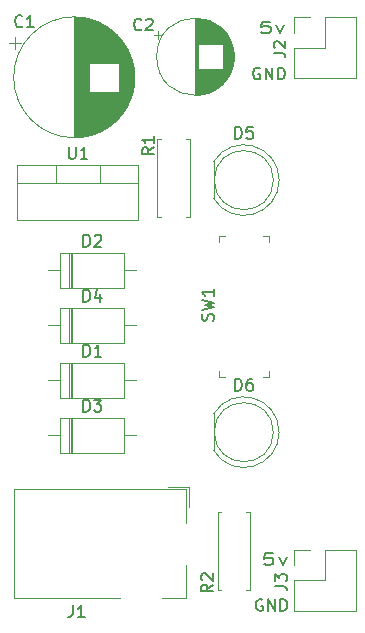
<source format=gto>
%TF.GenerationSoftware,KiCad,Pcbnew,(5.1.6-0-10_14)*%
%TF.CreationDate,2020-11-27T13:54:23+01:00*%
%TF.ProjectId,Power_supply,506f7765-725f-4737-9570-706c792e6b69,rev?*%
%TF.SameCoordinates,Original*%
%TF.FileFunction,Legend,Top*%
%TF.FilePolarity,Positive*%
%FSLAX46Y46*%
G04 Gerber Fmt 4.6, Leading zero omitted, Abs format (unit mm)*
G04 Created by KiCad (PCBNEW (5.1.6-0-10_14)) date 2020-11-27 13:54:23*
%MOMM*%
%LPD*%
G01*
G04 APERTURE LIST*
%ADD10C,0.150000*%
%ADD11C,0.120000*%
%ADD12C,0.100000*%
G04 APERTURE END LIST*
D10*
X140410000Y-82512380D02*
X139743333Y-82512380D01*
X139676666Y-82988571D01*
X139743333Y-82940952D01*
X139876666Y-82893333D01*
X140210000Y-82893333D01*
X140343333Y-82940952D01*
X140410000Y-82988571D01*
X140476666Y-83083809D01*
X140476666Y-83321904D01*
X140410000Y-83417142D01*
X140343333Y-83464761D01*
X140210000Y-83512380D01*
X139876666Y-83512380D01*
X139743333Y-83464761D01*
X139676666Y-83417142D01*
X140943333Y-82845714D02*
X141276666Y-83512380D01*
X141610000Y-82845714D01*
X139548095Y-86460000D02*
X139452857Y-86412380D01*
X139310000Y-86412380D01*
X139167142Y-86460000D01*
X139071904Y-86555238D01*
X139024285Y-86650476D01*
X138976666Y-86840952D01*
X138976666Y-86983809D01*
X139024285Y-87174285D01*
X139071904Y-87269523D01*
X139167142Y-87364761D01*
X139310000Y-87412380D01*
X139405238Y-87412380D01*
X139548095Y-87364761D01*
X139595714Y-87317142D01*
X139595714Y-86983809D01*
X139405238Y-86983809D01*
X140024285Y-87412380D02*
X140024285Y-86412380D01*
X140595714Y-87412380D01*
X140595714Y-86412380D01*
X141071904Y-87412380D02*
X141071904Y-86412380D01*
X141310000Y-86412380D01*
X141452857Y-86460000D01*
X141548095Y-86555238D01*
X141595714Y-86650476D01*
X141643333Y-86840952D01*
X141643333Y-86983809D01*
X141595714Y-87174285D01*
X141548095Y-87269523D01*
X141452857Y-87364761D01*
X141310000Y-87412380D01*
X141071904Y-87412380D01*
X139758095Y-131470000D02*
X139662857Y-131422380D01*
X139520000Y-131422380D01*
X139377142Y-131470000D01*
X139281904Y-131565238D01*
X139234285Y-131660476D01*
X139186666Y-131850952D01*
X139186666Y-131993809D01*
X139234285Y-132184285D01*
X139281904Y-132279523D01*
X139377142Y-132374761D01*
X139520000Y-132422380D01*
X139615238Y-132422380D01*
X139758095Y-132374761D01*
X139805714Y-132327142D01*
X139805714Y-131993809D01*
X139615238Y-131993809D01*
X140234285Y-132422380D02*
X140234285Y-131422380D01*
X140805714Y-132422380D01*
X140805714Y-131422380D01*
X141281904Y-132422380D02*
X141281904Y-131422380D01*
X141520000Y-131422380D01*
X141662857Y-131470000D01*
X141758095Y-131565238D01*
X141805714Y-131660476D01*
X141853333Y-131850952D01*
X141853333Y-131993809D01*
X141805714Y-132184285D01*
X141758095Y-132279523D01*
X141662857Y-132374761D01*
X141520000Y-132422380D01*
X141281904Y-132422380D01*
X140620000Y-127522380D02*
X139953333Y-127522380D01*
X139886666Y-127998571D01*
X139953333Y-127950952D01*
X140086666Y-127903333D01*
X140420000Y-127903333D01*
X140553333Y-127950952D01*
X140620000Y-127998571D01*
X140686666Y-128093809D01*
X140686666Y-128331904D01*
X140620000Y-128427142D01*
X140553333Y-128474761D01*
X140420000Y-128522380D01*
X140086666Y-128522380D01*
X139953333Y-128474761D01*
X139886666Y-128427142D01*
X141153333Y-127855714D02*
X141486666Y-128522380D01*
X141820000Y-127855714D01*
D11*
%TO.C,C1*%
X118840354Y-83855000D02*
X118840354Y-84855000D01*
X118340354Y-84355000D02*
X119340354Y-84355000D01*
X128901000Y-86631000D02*
X128901000Y-87829000D01*
X128861000Y-86368000D02*
X128861000Y-88092000D01*
X128821000Y-86168000D02*
X128821000Y-88292000D01*
X128781000Y-86000000D02*
X128781000Y-88460000D01*
X128741000Y-85852000D02*
X128741000Y-88608000D01*
X128701000Y-85720000D02*
X128701000Y-88740000D01*
X128661000Y-85600000D02*
X128661000Y-88860000D01*
X128621000Y-85488000D02*
X128621000Y-88972000D01*
X128581000Y-85384000D02*
X128581000Y-89076000D01*
X128541000Y-85286000D02*
X128541000Y-89174000D01*
X128501000Y-85193000D02*
X128501000Y-89267000D01*
X128461000Y-85105000D02*
X128461000Y-89355000D01*
X128421000Y-85021000D02*
X128421000Y-89439000D01*
X128381000Y-84941000D02*
X128381000Y-89519000D01*
X128341000Y-84865000D02*
X128341000Y-89595000D01*
X128301000Y-84791000D02*
X128301000Y-89669000D01*
X128261000Y-84720000D02*
X128261000Y-89740000D01*
X128221000Y-84651000D02*
X128221000Y-89809000D01*
X128181000Y-84585000D02*
X128181000Y-89875000D01*
X128141000Y-84521000D02*
X128141000Y-89939000D01*
X128101000Y-84460000D02*
X128101000Y-90000000D01*
X128061000Y-84400000D02*
X128061000Y-90060000D01*
X128021000Y-84341000D02*
X128021000Y-90119000D01*
X127981000Y-84285000D02*
X127981000Y-90175000D01*
X127941000Y-84230000D02*
X127941000Y-90230000D01*
X127901000Y-84176000D02*
X127901000Y-90284000D01*
X127861000Y-84124000D02*
X127861000Y-90336000D01*
X127821000Y-84074000D02*
X127821000Y-90386000D01*
X127781000Y-84024000D02*
X127781000Y-90436000D01*
X127741000Y-83976000D02*
X127741000Y-90484000D01*
X127701000Y-83929000D02*
X127701000Y-90531000D01*
X127661000Y-83883000D02*
X127661000Y-90577000D01*
X127621000Y-83838000D02*
X127621000Y-90622000D01*
X127581000Y-83794000D02*
X127581000Y-90666000D01*
X127541000Y-88471000D02*
X127541000Y-90708000D01*
X127541000Y-83752000D02*
X127541000Y-85989000D01*
X127501000Y-88471000D02*
X127501000Y-90750000D01*
X127501000Y-83710000D02*
X127501000Y-85989000D01*
X127461000Y-88471000D02*
X127461000Y-90791000D01*
X127461000Y-83669000D02*
X127461000Y-85989000D01*
X127421000Y-88471000D02*
X127421000Y-90831000D01*
X127421000Y-83629000D02*
X127421000Y-85989000D01*
X127381000Y-88471000D02*
X127381000Y-90870000D01*
X127381000Y-83590000D02*
X127381000Y-85989000D01*
X127341000Y-88471000D02*
X127341000Y-90909000D01*
X127341000Y-83551000D02*
X127341000Y-85989000D01*
X127301000Y-88471000D02*
X127301000Y-90946000D01*
X127301000Y-83514000D02*
X127301000Y-85989000D01*
X127261000Y-88471000D02*
X127261000Y-90983000D01*
X127261000Y-83477000D02*
X127261000Y-85989000D01*
X127221000Y-88471000D02*
X127221000Y-91019000D01*
X127221000Y-83441000D02*
X127221000Y-85989000D01*
X127181000Y-88471000D02*
X127181000Y-91054000D01*
X127181000Y-83406000D02*
X127181000Y-85989000D01*
X127141000Y-88471000D02*
X127141000Y-91088000D01*
X127141000Y-83372000D02*
X127141000Y-85989000D01*
X127101000Y-88471000D02*
X127101000Y-91122000D01*
X127101000Y-83338000D02*
X127101000Y-85989000D01*
X127061000Y-88471000D02*
X127061000Y-91155000D01*
X127061000Y-83305000D02*
X127061000Y-85989000D01*
X127021000Y-88471000D02*
X127021000Y-91187000D01*
X127021000Y-83273000D02*
X127021000Y-85989000D01*
X126981000Y-88471000D02*
X126981000Y-91219000D01*
X126981000Y-83241000D02*
X126981000Y-85989000D01*
X126941000Y-88471000D02*
X126941000Y-91250000D01*
X126941000Y-83210000D02*
X126941000Y-85989000D01*
X126901000Y-88471000D02*
X126901000Y-91280000D01*
X126901000Y-83180000D02*
X126901000Y-85989000D01*
X126861000Y-88471000D02*
X126861000Y-91310000D01*
X126861000Y-83150000D02*
X126861000Y-85989000D01*
X126821000Y-88471000D02*
X126821000Y-91340000D01*
X126821000Y-83120000D02*
X126821000Y-85989000D01*
X126781000Y-88471000D02*
X126781000Y-91368000D01*
X126781000Y-83092000D02*
X126781000Y-85989000D01*
X126741000Y-88471000D02*
X126741000Y-91396000D01*
X126741000Y-83064000D02*
X126741000Y-85989000D01*
X126701000Y-88471000D02*
X126701000Y-91424000D01*
X126701000Y-83036000D02*
X126701000Y-85989000D01*
X126661000Y-88471000D02*
X126661000Y-91451000D01*
X126661000Y-83009000D02*
X126661000Y-85989000D01*
X126621000Y-88471000D02*
X126621000Y-91477000D01*
X126621000Y-82983000D02*
X126621000Y-85989000D01*
X126581000Y-88471000D02*
X126581000Y-91503000D01*
X126581000Y-82957000D02*
X126581000Y-85989000D01*
X126541000Y-88471000D02*
X126541000Y-91528000D01*
X126541000Y-82932000D02*
X126541000Y-85989000D01*
X126501000Y-88471000D02*
X126501000Y-91553000D01*
X126501000Y-82907000D02*
X126501000Y-85989000D01*
X126461000Y-88471000D02*
X126461000Y-91577000D01*
X126461000Y-82883000D02*
X126461000Y-85989000D01*
X126421000Y-88471000D02*
X126421000Y-91601000D01*
X126421000Y-82859000D02*
X126421000Y-85989000D01*
X126381000Y-88471000D02*
X126381000Y-91625000D01*
X126381000Y-82835000D02*
X126381000Y-85989000D01*
X126341000Y-88471000D02*
X126341000Y-91647000D01*
X126341000Y-82813000D02*
X126341000Y-85989000D01*
X126301000Y-88471000D02*
X126301000Y-91670000D01*
X126301000Y-82790000D02*
X126301000Y-85989000D01*
X126261000Y-88471000D02*
X126261000Y-91692000D01*
X126261000Y-82768000D02*
X126261000Y-85989000D01*
X126221000Y-88471000D02*
X126221000Y-91713000D01*
X126221000Y-82747000D02*
X126221000Y-85989000D01*
X126181000Y-88471000D02*
X126181000Y-91734000D01*
X126181000Y-82726000D02*
X126181000Y-85989000D01*
X126141000Y-88471000D02*
X126141000Y-91755000D01*
X126141000Y-82705000D02*
X126141000Y-85989000D01*
X126101000Y-88471000D02*
X126101000Y-91775000D01*
X126101000Y-82685000D02*
X126101000Y-85989000D01*
X126061000Y-88471000D02*
X126061000Y-91794000D01*
X126061000Y-82666000D02*
X126061000Y-85989000D01*
X126021000Y-88471000D02*
X126021000Y-91814000D01*
X126021000Y-82646000D02*
X126021000Y-85989000D01*
X125981000Y-88471000D02*
X125981000Y-91833000D01*
X125981000Y-82627000D02*
X125981000Y-85989000D01*
X125941000Y-88471000D02*
X125941000Y-91851000D01*
X125941000Y-82609000D02*
X125941000Y-85989000D01*
X125901000Y-88471000D02*
X125901000Y-91869000D01*
X125901000Y-82591000D02*
X125901000Y-85989000D01*
X125861000Y-88471000D02*
X125861000Y-91887000D01*
X125861000Y-82573000D02*
X125861000Y-85989000D01*
X125821000Y-88471000D02*
X125821000Y-91904000D01*
X125821000Y-82556000D02*
X125821000Y-85989000D01*
X125781000Y-88471000D02*
X125781000Y-91920000D01*
X125781000Y-82540000D02*
X125781000Y-85989000D01*
X125741000Y-88471000D02*
X125741000Y-91937000D01*
X125741000Y-82523000D02*
X125741000Y-85989000D01*
X125701000Y-88471000D02*
X125701000Y-91953000D01*
X125701000Y-82507000D02*
X125701000Y-85989000D01*
X125661000Y-88471000D02*
X125661000Y-91968000D01*
X125661000Y-82492000D02*
X125661000Y-85989000D01*
X125621000Y-88471000D02*
X125621000Y-91984000D01*
X125621000Y-82476000D02*
X125621000Y-85989000D01*
X125581000Y-88471000D02*
X125581000Y-91998000D01*
X125581000Y-82462000D02*
X125581000Y-85989000D01*
X125541000Y-88471000D02*
X125541000Y-92013000D01*
X125541000Y-82447000D02*
X125541000Y-85989000D01*
X125501000Y-88471000D02*
X125501000Y-92027000D01*
X125501000Y-82433000D02*
X125501000Y-85989000D01*
X125461000Y-88471000D02*
X125461000Y-92041000D01*
X125461000Y-82419000D02*
X125461000Y-85989000D01*
X125421000Y-88471000D02*
X125421000Y-92054000D01*
X125421000Y-82406000D02*
X125421000Y-85989000D01*
X125381000Y-88471000D02*
X125381000Y-92067000D01*
X125381000Y-82393000D02*
X125381000Y-85989000D01*
X125341000Y-88471000D02*
X125341000Y-92080000D01*
X125341000Y-82380000D02*
X125341000Y-85989000D01*
X125301000Y-88471000D02*
X125301000Y-92092000D01*
X125301000Y-82368000D02*
X125301000Y-85989000D01*
X125261000Y-88471000D02*
X125261000Y-92104000D01*
X125261000Y-82356000D02*
X125261000Y-85989000D01*
X125221000Y-88471000D02*
X125221000Y-92115000D01*
X125221000Y-82345000D02*
X125221000Y-85989000D01*
X125181000Y-88471000D02*
X125181000Y-92127000D01*
X125181000Y-82333000D02*
X125181000Y-85989000D01*
X125141000Y-88471000D02*
X125141000Y-92137000D01*
X125141000Y-82323000D02*
X125141000Y-85989000D01*
X125101000Y-88471000D02*
X125101000Y-92148000D01*
X125101000Y-82312000D02*
X125101000Y-85989000D01*
X125061000Y-82302000D02*
X125061000Y-92158000D01*
X125021000Y-82292000D02*
X125021000Y-92168000D01*
X124981000Y-82283000D02*
X124981000Y-92177000D01*
X124941000Y-82274000D02*
X124941000Y-92186000D01*
X124901000Y-82265000D02*
X124901000Y-92195000D01*
X124861000Y-82256000D02*
X124861000Y-92204000D01*
X124821000Y-82248000D02*
X124821000Y-92212000D01*
X124781000Y-82240000D02*
X124781000Y-92220000D01*
X124741000Y-82233000D02*
X124741000Y-92227000D01*
X124701000Y-82226000D02*
X124701000Y-92234000D01*
X124661000Y-82219000D02*
X124661000Y-92241000D01*
X124621000Y-82212000D02*
X124621000Y-92248000D01*
X124581000Y-82206000D02*
X124581000Y-92254000D01*
X124541000Y-82200000D02*
X124541000Y-92260000D01*
X124500000Y-82195000D02*
X124500000Y-92265000D01*
X124460000Y-82190000D02*
X124460000Y-92270000D01*
X124420000Y-82185000D02*
X124420000Y-92275000D01*
X124380000Y-82180000D02*
X124380000Y-92280000D01*
X124340000Y-82176000D02*
X124340000Y-92284000D01*
X124300000Y-82172000D02*
X124300000Y-92288000D01*
X124260000Y-82168000D02*
X124260000Y-92292000D01*
X124220000Y-82165000D02*
X124220000Y-92295000D01*
X124180000Y-82162000D02*
X124180000Y-92298000D01*
X124140000Y-82160000D02*
X124140000Y-92300000D01*
X124100000Y-82157000D02*
X124100000Y-92303000D01*
X124060000Y-82155000D02*
X124060000Y-92305000D01*
X124020000Y-82153000D02*
X124020000Y-92307000D01*
X123980000Y-82152000D02*
X123980000Y-92308000D01*
X123940000Y-82151000D02*
X123940000Y-92309000D01*
X123900000Y-82150000D02*
X123900000Y-92310000D01*
X123860000Y-82150000D02*
X123860000Y-92310000D01*
X123820000Y-82150000D02*
X123820000Y-92310000D01*
X128940000Y-87230000D02*
G75*
G03*
X128940000Y-87230000I-5120000J0D01*
G01*
%TO.C,C2*%
X130894759Y-83336000D02*
X130894759Y-83966000D01*
X130579759Y-83651000D02*
X131209759Y-83651000D01*
X137321000Y-85088000D02*
X137321000Y-85892000D01*
X137281000Y-84857000D02*
X137281000Y-86123000D01*
X137241000Y-84688000D02*
X137241000Y-86292000D01*
X137201000Y-84550000D02*
X137201000Y-86430000D01*
X137161000Y-84431000D02*
X137161000Y-86549000D01*
X137121000Y-84325000D02*
X137121000Y-86655000D01*
X137081000Y-84228000D02*
X137081000Y-86752000D01*
X137041000Y-84140000D02*
X137041000Y-86840000D01*
X137001000Y-84058000D02*
X137001000Y-86922000D01*
X136961000Y-83981000D02*
X136961000Y-86999000D01*
X136921000Y-83909000D02*
X136921000Y-87071000D01*
X136881000Y-83840000D02*
X136881000Y-87140000D01*
X136841000Y-83776000D02*
X136841000Y-87204000D01*
X136801000Y-83714000D02*
X136801000Y-87266000D01*
X136761000Y-83656000D02*
X136761000Y-87324000D01*
X136721000Y-83600000D02*
X136721000Y-87380000D01*
X136681000Y-83546000D02*
X136681000Y-87434000D01*
X136641000Y-83495000D02*
X136641000Y-87485000D01*
X136601000Y-83446000D02*
X136601000Y-87534000D01*
X136561000Y-83398000D02*
X136561000Y-87582000D01*
X136521000Y-83353000D02*
X136521000Y-87627000D01*
X136481000Y-83308000D02*
X136481000Y-87672000D01*
X136441000Y-83266000D02*
X136441000Y-87714000D01*
X136401000Y-83225000D02*
X136401000Y-87755000D01*
X136361000Y-86530000D02*
X136361000Y-87795000D01*
X136361000Y-83185000D02*
X136361000Y-84450000D01*
X136321000Y-86530000D02*
X136321000Y-87833000D01*
X136321000Y-83147000D02*
X136321000Y-84450000D01*
X136281000Y-86530000D02*
X136281000Y-87870000D01*
X136281000Y-83110000D02*
X136281000Y-84450000D01*
X136241000Y-86530000D02*
X136241000Y-87906000D01*
X136241000Y-83074000D02*
X136241000Y-84450000D01*
X136201000Y-86530000D02*
X136201000Y-87940000D01*
X136201000Y-83040000D02*
X136201000Y-84450000D01*
X136161000Y-86530000D02*
X136161000Y-87974000D01*
X136161000Y-83006000D02*
X136161000Y-84450000D01*
X136121000Y-86530000D02*
X136121000Y-88006000D01*
X136121000Y-82974000D02*
X136121000Y-84450000D01*
X136081000Y-86530000D02*
X136081000Y-88038000D01*
X136081000Y-82942000D02*
X136081000Y-84450000D01*
X136041000Y-86530000D02*
X136041000Y-88068000D01*
X136041000Y-82912000D02*
X136041000Y-84450000D01*
X136001000Y-86530000D02*
X136001000Y-88097000D01*
X136001000Y-82883000D02*
X136001000Y-84450000D01*
X135961000Y-86530000D02*
X135961000Y-88126000D01*
X135961000Y-82854000D02*
X135961000Y-84450000D01*
X135921000Y-86530000D02*
X135921000Y-88154000D01*
X135921000Y-82826000D02*
X135921000Y-84450000D01*
X135881000Y-86530000D02*
X135881000Y-88180000D01*
X135881000Y-82800000D02*
X135881000Y-84450000D01*
X135841000Y-86530000D02*
X135841000Y-88206000D01*
X135841000Y-82774000D02*
X135841000Y-84450000D01*
X135801000Y-86530000D02*
X135801000Y-88232000D01*
X135801000Y-82748000D02*
X135801000Y-84450000D01*
X135761000Y-86530000D02*
X135761000Y-88256000D01*
X135761000Y-82724000D02*
X135761000Y-84450000D01*
X135721000Y-86530000D02*
X135721000Y-88280000D01*
X135721000Y-82700000D02*
X135721000Y-84450000D01*
X135681000Y-86530000D02*
X135681000Y-88302000D01*
X135681000Y-82678000D02*
X135681000Y-84450000D01*
X135641000Y-86530000D02*
X135641000Y-88324000D01*
X135641000Y-82656000D02*
X135641000Y-84450000D01*
X135601000Y-86530000D02*
X135601000Y-88346000D01*
X135601000Y-82634000D02*
X135601000Y-84450000D01*
X135561000Y-86530000D02*
X135561000Y-88366000D01*
X135561000Y-82614000D02*
X135561000Y-84450000D01*
X135521000Y-86530000D02*
X135521000Y-88386000D01*
X135521000Y-82594000D02*
X135521000Y-84450000D01*
X135481000Y-86530000D02*
X135481000Y-88406000D01*
X135481000Y-82574000D02*
X135481000Y-84450000D01*
X135441000Y-86530000D02*
X135441000Y-88424000D01*
X135441000Y-82556000D02*
X135441000Y-84450000D01*
X135401000Y-86530000D02*
X135401000Y-88442000D01*
X135401000Y-82538000D02*
X135401000Y-84450000D01*
X135361000Y-86530000D02*
X135361000Y-88460000D01*
X135361000Y-82520000D02*
X135361000Y-84450000D01*
X135321000Y-86530000D02*
X135321000Y-88476000D01*
X135321000Y-82504000D02*
X135321000Y-84450000D01*
X135281000Y-86530000D02*
X135281000Y-88492000D01*
X135281000Y-82488000D02*
X135281000Y-84450000D01*
X135241000Y-86530000D02*
X135241000Y-88508000D01*
X135241000Y-82472000D02*
X135241000Y-84450000D01*
X135201000Y-86530000D02*
X135201000Y-88523000D01*
X135201000Y-82457000D02*
X135201000Y-84450000D01*
X135161000Y-86530000D02*
X135161000Y-88537000D01*
X135161000Y-82443000D02*
X135161000Y-84450000D01*
X135121000Y-86530000D02*
X135121000Y-88551000D01*
X135121000Y-82429000D02*
X135121000Y-84450000D01*
X135081000Y-86530000D02*
X135081000Y-88564000D01*
X135081000Y-82416000D02*
X135081000Y-84450000D01*
X135041000Y-86530000D02*
X135041000Y-88576000D01*
X135041000Y-82404000D02*
X135041000Y-84450000D01*
X135001000Y-86530000D02*
X135001000Y-88588000D01*
X135001000Y-82392000D02*
X135001000Y-84450000D01*
X134961000Y-86530000D02*
X134961000Y-88600000D01*
X134961000Y-82380000D02*
X134961000Y-84450000D01*
X134921000Y-86530000D02*
X134921000Y-88611000D01*
X134921000Y-82369000D02*
X134921000Y-84450000D01*
X134881000Y-86530000D02*
X134881000Y-88621000D01*
X134881000Y-82359000D02*
X134881000Y-84450000D01*
X134841000Y-86530000D02*
X134841000Y-88631000D01*
X134841000Y-82349000D02*
X134841000Y-84450000D01*
X134801000Y-86530000D02*
X134801000Y-88640000D01*
X134801000Y-82340000D02*
X134801000Y-84450000D01*
X134760000Y-86530000D02*
X134760000Y-88649000D01*
X134760000Y-82331000D02*
X134760000Y-84450000D01*
X134720000Y-86530000D02*
X134720000Y-88657000D01*
X134720000Y-82323000D02*
X134720000Y-84450000D01*
X134680000Y-86530000D02*
X134680000Y-88665000D01*
X134680000Y-82315000D02*
X134680000Y-84450000D01*
X134640000Y-86530000D02*
X134640000Y-88672000D01*
X134640000Y-82308000D02*
X134640000Y-84450000D01*
X134600000Y-86530000D02*
X134600000Y-88679000D01*
X134600000Y-82301000D02*
X134600000Y-84450000D01*
X134560000Y-86530000D02*
X134560000Y-88685000D01*
X134560000Y-82295000D02*
X134560000Y-84450000D01*
X134520000Y-86530000D02*
X134520000Y-88691000D01*
X134520000Y-82289000D02*
X134520000Y-84450000D01*
X134480000Y-86530000D02*
X134480000Y-88696000D01*
X134480000Y-82284000D02*
X134480000Y-84450000D01*
X134440000Y-86530000D02*
X134440000Y-88701000D01*
X134440000Y-82279000D02*
X134440000Y-84450000D01*
X134400000Y-86530000D02*
X134400000Y-88705000D01*
X134400000Y-82275000D02*
X134400000Y-84450000D01*
X134360000Y-86530000D02*
X134360000Y-88708000D01*
X134360000Y-82272000D02*
X134360000Y-84450000D01*
X134320000Y-86530000D02*
X134320000Y-88712000D01*
X134320000Y-82268000D02*
X134320000Y-84450000D01*
X134280000Y-82266000D02*
X134280000Y-88714000D01*
X134240000Y-82263000D02*
X134240000Y-88717000D01*
X134200000Y-82262000D02*
X134200000Y-88718000D01*
X134160000Y-82260000D02*
X134160000Y-88720000D01*
X134120000Y-82260000D02*
X134120000Y-88720000D01*
X134080000Y-82260000D02*
X134080000Y-88720000D01*
X137350000Y-85490000D02*
G75*
G03*
X137350000Y-85490000I-3270000J0D01*
G01*
%TO.C,D1*%
X123400000Y-111423332D02*
X123400000Y-114363332D01*
X123640000Y-111423332D02*
X123640000Y-114363332D01*
X123520000Y-111423332D02*
X123520000Y-114363332D01*
X129080000Y-112893332D02*
X128060000Y-112893332D01*
X121600000Y-112893332D02*
X122620000Y-112893332D01*
X128060000Y-111423332D02*
X122620000Y-111423332D01*
X128060000Y-114363332D02*
X128060000Y-111423332D01*
X122620000Y-114363332D02*
X128060000Y-114363332D01*
X122620000Y-111423332D02*
X122620000Y-114363332D01*
%TO.C,D2*%
X122620000Y-102110000D02*
X122620000Y-105050000D01*
X122620000Y-105050000D02*
X128060000Y-105050000D01*
X128060000Y-105050000D02*
X128060000Y-102110000D01*
X128060000Y-102110000D02*
X122620000Y-102110000D01*
X121600000Y-103580000D02*
X122620000Y-103580000D01*
X129080000Y-103580000D02*
X128060000Y-103580000D01*
X123520000Y-102110000D02*
X123520000Y-105050000D01*
X123640000Y-102110000D02*
X123640000Y-105050000D01*
X123400000Y-102110000D02*
X123400000Y-105050000D01*
%TO.C,D3*%
X122620000Y-116080000D02*
X122620000Y-119020000D01*
X122620000Y-119020000D02*
X128060000Y-119020000D01*
X128060000Y-119020000D02*
X128060000Y-116080000D01*
X128060000Y-116080000D02*
X122620000Y-116080000D01*
X121600000Y-117550000D02*
X122620000Y-117550000D01*
X129080000Y-117550000D02*
X128060000Y-117550000D01*
X123520000Y-116080000D02*
X123520000Y-119020000D01*
X123640000Y-116080000D02*
X123640000Y-119020000D01*
X123400000Y-116080000D02*
X123400000Y-119020000D01*
%TO.C,D4*%
X122620000Y-106766666D02*
X122620000Y-109706666D01*
X122620000Y-109706666D02*
X128060000Y-109706666D01*
X128060000Y-109706666D02*
X128060000Y-106766666D01*
X128060000Y-106766666D02*
X122620000Y-106766666D01*
X121600000Y-108236666D02*
X122620000Y-108236666D01*
X129080000Y-108236666D02*
X128060000Y-108236666D01*
X123520000Y-106766666D02*
X123520000Y-109706666D01*
X123640000Y-106766666D02*
X123640000Y-109706666D01*
X123400000Y-106766666D02*
X123400000Y-109706666D01*
%TO.C,D5*%
X140685000Y-95940000D02*
G75*
G03*
X140685000Y-95940000I-2500000J0D01*
G01*
X135625000Y-94395000D02*
X135625000Y-97485000D01*
X141175000Y-95939538D02*
G75*
G02*
X135625000Y-97484830I-2990000J-462D01*
G01*
X141175000Y-95940462D02*
G75*
G03*
X135625000Y-94395170I-2990000J462D01*
G01*
%TO.C,D6*%
X135625000Y-115735000D02*
X135625000Y-118825000D01*
X140685000Y-117280000D02*
G75*
G03*
X140685000Y-117280000I-2500000J0D01*
G01*
X141175000Y-117280462D02*
G75*
G03*
X135625000Y-115735170I-2990000J462D01*
G01*
X141175000Y-117279538D02*
G75*
G02*
X135625000Y-118824830I-2990000J-462D01*
G01*
%TO.C,J1*%
X133540000Y-121890000D02*
X133540000Y-123630000D01*
X131800000Y-121890000D02*
X133540000Y-121890000D01*
X133300000Y-131330000D02*
X131300000Y-131330000D01*
X133300000Y-128530000D02*
X133300000Y-131330000D01*
X133300000Y-122130000D02*
X133300000Y-124930000D01*
X118700000Y-122130000D02*
X133300000Y-122130000D01*
X118700000Y-131330000D02*
X118700000Y-122130000D01*
X127700000Y-131330000D02*
X118700000Y-131330000D01*
%TO.C,J2*%
X142470000Y-82130000D02*
X143800000Y-82130000D01*
X142470000Y-83460000D02*
X142470000Y-82130000D01*
X145070000Y-82130000D02*
X147670000Y-82130000D01*
X145070000Y-84730000D02*
X145070000Y-82130000D01*
X142470000Y-84730000D02*
X145070000Y-84730000D01*
X147670000Y-82130000D02*
X147670000Y-87330000D01*
X142470000Y-84730000D02*
X142470000Y-87330000D01*
X142470000Y-87330000D02*
X147670000Y-87330000D01*
%TO.C,J3*%
X142470000Y-132430000D02*
X147670000Y-132430000D01*
X142470000Y-129830000D02*
X142470000Y-132430000D01*
X147670000Y-127230000D02*
X147670000Y-132430000D01*
X142470000Y-129830000D02*
X145070000Y-129830000D01*
X145070000Y-129830000D02*
X145070000Y-127230000D01*
X145070000Y-127230000D02*
X147670000Y-127230000D01*
X142470000Y-128560000D02*
X142470000Y-127230000D01*
X142470000Y-127230000D02*
X143800000Y-127230000D01*
%TO.C,R1*%
X131200000Y-99040000D02*
X130870000Y-99040000D01*
X130870000Y-99040000D02*
X130870000Y-92500000D01*
X130870000Y-92500000D02*
X131200000Y-92500000D01*
X133280000Y-99040000D02*
X133610000Y-99040000D01*
X133610000Y-99040000D02*
X133610000Y-92500000D01*
X133610000Y-92500000D02*
X133280000Y-92500000D01*
%TO.C,R2*%
X138700000Y-124070000D02*
X138370000Y-124070000D01*
X138700000Y-130610000D02*
X138700000Y-124070000D01*
X138370000Y-130610000D02*
X138700000Y-130610000D01*
X135960000Y-124070000D02*
X136290000Y-124070000D01*
X135960000Y-130610000D02*
X135960000Y-124070000D01*
X136290000Y-130610000D02*
X135960000Y-130610000D01*
D12*
%TO.C,SW1*%
X136090000Y-100690000D02*
X136090000Y-101190000D01*
X136090000Y-100690000D02*
X136590000Y-100690000D01*
X136090000Y-112590000D02*
X136590000Y-112590000D01*
X136090000Y-112590000D02*
X136090000Y-112090000D01*
X140290000Y-112590000D02*
X139790000Y-112590000D01*
X140290000Y-112590000D02*
X140290000Y-112090000D01*
X140290000Y-100690000D02*
X139790000Y-100690000D01*
X140290000Y-100690000D02*
X140290000Y-101190000D01*
D11*
%TO.C,U1*%
X125981000Y-94670000D02*
X125981000Y-96180000D01*
X122280000Y-94670000D02*
X122280000Y-96180000D01*
X119010000Y-96180000D02*
X129250000Y-96180000D01*
X129250000Y-94670000D02*
X129250000Y-99311000D01*
X119010000Y-94670000D02*
X119010000Y-99311000D01*
X119010000Y-99311000D02*
X129250000Y-99311000D01*
X119010000Y-94670000D02*
X129250000Y-94670000D01*
%TO.C,C1*%
D10*
X119433333Y-82897142D02*
X119385714Y-82944761D01*
X119242857Y-82992380D01*
X119147619Y-82992380D01*
X119004761Y-82944761D01*
X118909523Y-82849523D01*
X118861904Y-82754285D01*
X118814285Y-82563809D01*
X118814285Y-82420952D01*
X118861904Y-82230476D01*
X118909523Y-82135238D01*
X119004761Y-82040000D01*
X119147619Y-81992380D01*
X119242857Y-81992380D01*
X119385714Y-82040000D01*
X119433333Y-82087619D01*
X120385714Y-82992380D02*
X119814285Y-82992380D01*
X120100000Y-82992380D02*
X120100000Y-81992380D01*
X120004761Y-82135238D01*
X119909523Y-82230476D01*
X119814285Y-82278095D01*
%TO.C,C2*%
X129523333Y-83167142D02*
X129475714Y-83214761D01*
X129332857Y-83262380D01*
X129237619Y-83262380D01*
X129094761Y-83214761D01*
X128999523Y-83119523D01*
X128951904Y-83024285D01*
X128904285Y-82833809D01*
X128904285Y-82690952D01*
X128951904Y-82500476D01*
X128999523Y-82405238D01*
X129094761Y-82310000D01*
X129237619Y-82262380D01*
X129332857Y-82262380D01*
X129475714Y-82310000D01*
X129523333Y-82357619D01*
X129904285Y-82357619D02*
X129951904Y-82310000D01*
X130047142Y-82262380D01*
X130285238Y-82262380D01*
X130380476Y-82310000D01*
X130428095Y-82357619D01*
X130475714Y-82452857D01*
X130475714Y-82548095D01*
X130428095Y-82690952D01*
X129856666Y-83262380D01*
X130475714Y-83262380D01*
%TO.C,D1*%
X124601904Y-110875712D02*
X124601904Y-109875712D01*
X124840000Y-109875712D01*
X124982857Y-109923332D01*
X125078095Y-110018570D01*
X125125714Y-110113808D01*
X125173333Y-110304284D01*
X125173333Y-110447141D01*
X125125714Y-110637617D01*
X125078095Y-110732855D01*
X124982857Y-110828093D01*
X124840000Y-110875712D01*
X124601904Y-110875712D01*
X126125714Y-110875712D02*
X125554285Y-110875712D01*
X125840000Y-110875712D02*
X125840000Y-109875712D01*
X125744761Y-110018570D01*
X125649523Y-110113808D01*
X125554285Y-110161427D01*
%TO.C,D2*%
X124601904Y-101562380D02*
X124601904Y-100562380D01*
X124840000Y-100562380D01*
X124982857Y-100610000D01*
X125078095Y-100705238D01*
X125125714Y-100800476D01*
X125173333Y-100990952D01*
X125173333Y-101133809D01*
X125125714Y-101324285D01*
X125078095Y-101419523D01*
X124982857Y-101514761D01*
X124840000Y-101562380D01*
X124601904Y-101562380D01*
X125554285Y-100657619D02*
X125601904Y-100610000D01*
X125697142Y-100562380D01*
X125935238Y-100562380D01*
X126030476Y-100610000D01*
X126078095Y-100657619D01*
X126125714Y-100752857D01*
X126125714Y-100848095D01*
X126078095Y-100990952D01*
X125506666Y-101562380D01*
X126125714Y-101562380D01*
%TO.C,D3*%
X124601904Y-115532380D02*
X124601904Y-114532380D01*
X124840000Y-114532380D01*
X124982857Y-114580000D01*
X125078095Y-114675238D01*
X125125714Y-114770476D01*
X125173333Y-114960952D01*
X125173333Y-115103809D01*
X125125714Y-115294285D01*
X125078095Y-115389523D01*
X124982857Y-115484761D01*
X124840000Y-115532380D01*
X124601904Y-115532380D01*
X125506666Y-114532380D02*
X126125714Y-114532380D01*
X125792380Y-114913333D01*
X125935238Y-114913333D01*
X126030476Y-114960952D01*
X126078095Y-115008571D01*
X126125714Y-115103809D01*
X126125714Y-115341904D01*
X126078095Y-115437142D01*
X126030476Y-115484761D01*
X125935238Y-115532380D01*
X125649523Y-115532380D01*
X125554285Y-115484761D01*
X125506666Y-115437142D01*
%TO.C,D4*%
X124601904Y-106219046D02*
X124601904Y-105219046D01*
X124840000Y-105219046D01*
X124982857Y-105266666D01*
X125078095Y-105361904D01*
X125125714Y-105457142D01*
X125173333Y-105647618D01*
X125173333Y-105790475D01*
X125125714Y-105980951D01*
X125078095Y-106076189D01*
X124982857Y-106171427D01*
X124840000Y-106219046D01*
X124601904Y-106219046D01*
X126030476Y-105552380D02*
X126030476Y-106219046D01*
X125792380Y-105171427D02*
X125554285Y-105885713D01*
X126173333Y-105885713D01*
%TO.C,D5*%
X137446904Y-92432380D02*
X137446904Y-91432380D01*
X137685000Y-91432380D01*
X137827857Y-91480000D01*
X137923095Y-91575238D01*
X137970714Y-91670476D01*
X138018333Y-91860952D01*
X138018333Y-92003809D01*
X137970714Y-92194285D01*
X137923095Y-92289523D01*
X137827857Y-92384761D01*
X137685000Y-92432380D01*
X137446904Y-92432380D01*
X138923095Y-91432380D02*
X138446904Y-91432380D01*
X138399285Y-91908571D01*
X138446904Y-91860952D01*
X138542142Y-91813333D01*
X138780238Y-91813333D01*
X138875476Y-91860952D01*
X138923095Y-91908571D01*
X138970714Y-92003809D01*
X138970714Y-92241904D01*
X138923095Y-92337142D01*
X138875476Y-92384761D01*
X138780238Y-92432380D01*
X138542142Y-92432380D01*
X138446904Y-92384761D01*
X138399285Y-92337142D01*
%TO.C,D6*%
X137446904Y-113772380D02*
X137446904Y-112772380D01*
X137685000Y-112772380D01*
X137827857Y-112820000D01*
X137923095Y-112915238D01*
X137970714Y-113010476D01*
X138018333Y-113200952D01*
X138018333Y-113343809D01*
X137970714Y-113534285D01*
X137923095Y-113629523D01*
X137827857Y-113724761D01*
X137685000Y-113772380D01*
X137446904Y-113772380D01*
X138875476Y-112772380D02*
X138685000Y-112772380D01*
X138589761Y-112820000D01*
X138542142Y-112867619D01*
X138446904Y-113010476D01*
X138399285Y-113200952D01*
X138399285Y-113581904D01*
X138446904Y-113677142D01*
X138494523Y-113724761D01*
X138589761Y-113772380D01*
X138780238Y-113772380D01*
X138875476Y-113724761D01*
X138923095Y-113677142D01*
X138970714Y-113581904D01*
X138970714Y-113343809D01*
X138923095Y-113248571D01*
X138875476Y-113200952D01*
X138780238Y-113153333D01*
X138589761Y-113153333D01*
X138494523Y-113200952D01*
X138446904Y-113248571D01*
X138399285Y-113343809D01*
%TO.C,J1*%
X123716666Y-131932380D02*
X123716666Y-132646666D01*
X123669047Y-132789523D01*
X123573809Y-132884761D01*
X123430952Y-132932380D01*
X123335714Y-132932380D01*
X124716666Y-132932380D02*
X124145238Y-132932380D01*
X124430952Y-132932380D02*
X124430952Y-131932380D01*
X124335714Y-132075238D01*
X124240476Y-132170476D01*
X124145238Y-132218095D01*
%TO.C,J2*%
X140702380Y-85173333D02*
X141416666Y-85173333D01*
X141559523Y-85220952D01*
X141654761Y-85316190D01*
X141702380Y-85459047D01*
X141702380Y-85554285D01*
X140797619Y-84744761D02*
X140750000Y-84697142D01*
X140702380Y-84601904D01*
X140702380Y-84363809D01*
X140750000Y-84268571D01*
X140797619Y-84220952D01*
X140892857Y-84173333D01*
X140988095Y-84173333D01*
X141130952Y-84220952D01*
X141702380Y-84792380D01*
X141702380Y-84173333D01*
%TO.C,J3*%
X140812380Y-130303333D02*
X141526666Y-130303333D01*
X141669523Y-130350952D01*
X141764761Y-130446190D01*
X141812380Y-130589047D01*
X141812380Y-130684285D01*
X140812380Y-129922380D02*
X140812380Y-129303333D01*
X141193333Y-129636666D01*
X141193333Y-129493809D01*
X141240952Y-129398571D01*
X141288571Y-129350952D01*
X141383809Y-129303333D01*
X141621904Y-129303333D01*
X141717142Y-129350952D01*
X141764761Y-129398571D01*
X141812380Y-129493809D01*
X141812380Y-129779523D01*
X141764761Y-129874761D01*
X141717142Y-129922380D01*
%TO.C,R1*%
X130572380Y-93176666D02*
X130096190Y-93510000D01*
X130572380Y-93748095D02*
X129572380Y-93748095D01*
X129572380Y-93367142D01*
X129620000Y-93271904D01*
X129667619Y-93224285D01*
X129762857Y-93176666D01*
X129905714Y-93176666D01*
X130000952Y-93224285D01*
X130048571Y-93271904D01*
X130096190Y-93367142D01*
X130096190Y-93748095D01*
X130572380Y-92224285D02*
X130572380Y-92795714D01*
X130572380Y-92510000D02*
X129572380Y-92510000D01*
X129715238Y-92605238D01*
X129810476Y-92700476D01*
X129858095Y-92795714D01*
%TO.C,R2*%
X135572380Y-130196666D02*
X135096190Y-130530000D01*
X135572380Y-130768095D02*
X134572380Y-130768095D01*
X134572380Y-130387142D01*
X134620000Y-130291904D01*
X134667619Y-130244285D01*
X134762857Y-130196666D01*
X134905714Y-130196666D01*
X135000952Y-130244285D01*
X135048571Y-130291904D01*
X135096190Y-130387142D01*
X135096190Y-130768095D01*
X134667619Y-129815714D02*
X134620000Y-129768095D01*
X134572380Y-129672857D01*
X134572380Y-129434761D01*
X134620000Y-129339523D01*
X134667619Y-129291904D01*
X134762857Y-129244285D01*
X134858095Y-129244285D01*
X135000952Y-129291904D01*
X135572380Y-129863333D01*
X135572380Y-129244285D01*
%TO.C,SW1*%
X135574761Y-107833333D02*
X135622380Y-107690476D01*
X135622380Y-107452380D01*
X135574761Y-107357142D01*
X135527142Y-107309523D01*
X135431904Y-107261904D01*
X135336666Y-107261904D01*
X135241428Y-107309523D01*
X135193809Y-107357142D01*
X135146190Y-107452380D01*
X135098571Y-107642857D01*
X135050952Y-107738095D01*
X135003333Y-107785714D01*
X134908095Y-107833333D01*
X134812857Y-107833333D01*
X134717619Y-107785714D01*
X134670000Y-107738095D01*
X134622380Y-107642857D01*
X134622380Y-107404761D01*
X134670000Y-107261904D01*
X134622380Y-106928571D02*
X135622380Y-106690476D01*
X134908095Y-106500000D01*
X135622380Y-106309523D01*
X134622380Y-106071428D01*
X135622380Y-105166666D02*
X135622380Y-105738095D01*
X135622380Y-105452380D02*
X134622380Y-105452380D01*
X134765238Y-105547619D01*
X134860476Y-105642857D01*
X134908095Y-105738095D01*
%TO.C,U1*%
X123368095Y-93122380D02*
X123368095Y-93931904D01*
X123415714Y-94027142D01*
X123463333Y-94074761D01*
X123558571Y-94122380D01*
X123749047Y-94122380D01*
X123844285Y-94074761D01*
X123891904Y-94027142D01*
X123939523Y-93931904D01*
X123939523Y-93122380D01*
X124939523Y-94122380D02*
X124368095Y-94122380D01*
X124653809Y-94122380D02*
X124653809Y-93122380D01*
X124558571Y-93265238D01*
X124463333Y-93360476D01*
X124368095Y-93408095D01*
%TD*%
M02*

</source>
